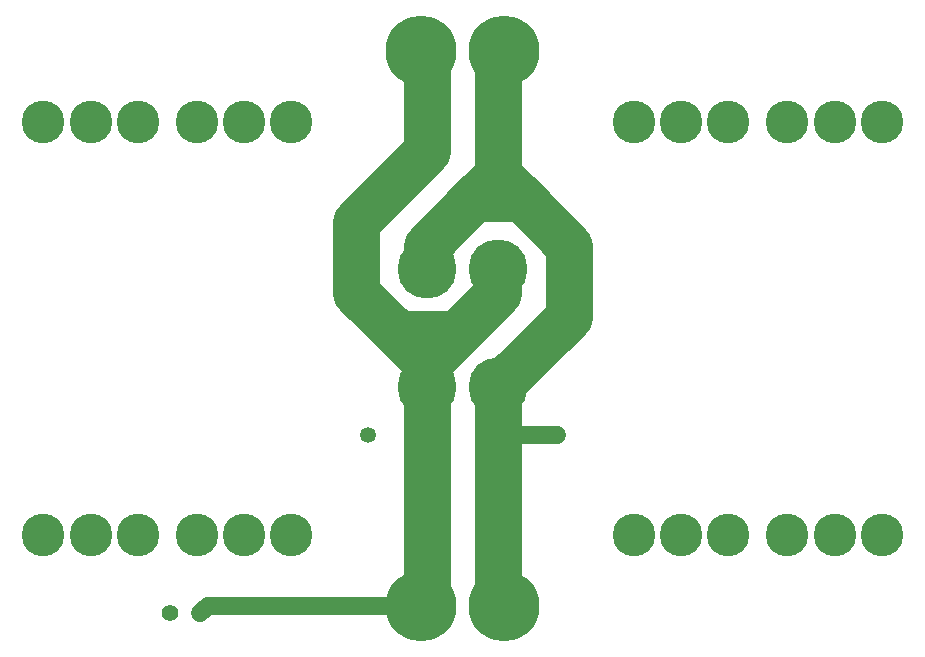
<source format=gbr>
G04 EAGLE Gerber RS-274X export*
G75*
%MOMM*%
%FSLAX34Y34*%
%LPD*%
%INBottom Copper*%
%IPPOS*%
%AMOC8*
5,1,8,0,0,1.08239X$1,22.5*%
G01*
%ADD10C,5.000000*%
%ADD11C,3.616000*%
%ADD12C,6.000000*%
%ADD13C,1.408000*%
%ADD14C,4.000000*%
%ADD15C,1.350000*%
%ADD16C,1.500000*%


D10*
X-30000Y50000D03*
X-30000Y-50000D03*
D11*
X-225000Y-175000D03*
X-275000Y-175000D03*
X-185000Y-175000D03*
X-145000Y-175000D03*
X-315000Y-175000D03*
X-355000Y-175000D03*
X-225000Y175000D03*
X-185000Y175000D03*
X-145000Y175000D03*
X-275000Y175000D03*
X-315000Y175000D03*
X-355000Y175000D03*
D10*
X30000Y-50000D03*
X30000Y50000D03*
D11*
X225000Y175000D03*
X275000Y175000D03*
X185000Y175000D03*
X145000Y175000D03*
X315000Y175000D03*
X355000Y175000D03*
X225000Y-175000D03*
X185000Y-175000D03*
X145000Y-175000D03*
X275000Y-175000D03*
X315000Y-175000D03*
X355000Y-175000D03*
D12*
X35000Y235000D03*
X-35000Y235000D03*
X35000Y-235000D03*
X-35000Y-235000D03*
D13*
X-222250Y-241300D03*
X-247650Y-241300D03*
D14*
X30000Y-90000D02*
X30000Y-50000D01*
X30000Y-90000D02*
X30000Y-230000D01*
X35000Y-235000D01*
X30000Y-50000D02*
X90000Y10000D01*
X90000Y70000D02*
X50000Y110000D01*
X30000Y130000D01*
X90000Y70000D02*
X90000Y10000D01*
X30000Y130000D02*
X30000Y230000D01*
X35000Y235000D01*
X30000Y130000D02*
X10000Y110000D01*
X-30000Y70000D01*
X-30000Y50000D01*
X10000Y110000D02*
X50000Y110000D01*
D15*
X80000Y-90000D03*
X-80000Y-90000D03*
D16*
X30000Y-90000D02*
X80000Y-90000D01*
D14*
X-30000Y-50000D02*
X-30000Y-230000D01*
X-35000Y-235000D01*
X-30000Y-30000D02*
X-5000Y-5000D01*
X30000Y30000D01*
X30000Y50000D01*
X-30000Y-30000D02*
X-30000Y-50000D01*
X-30000Y-30000D02*
X-55000Y-5000D01*
X-90000Y30000D01*
X-90000Y90000D01*
X-30000Y150000D01*
X-5000Y-5000D02*
X-55000Y-5000D01*
X-30000Y150000D02*
X-30000Y230000D01*
X-35000Y235000D01*
D16*
X-30000Y-230000D02*
X-40000Y-240000D01*
X-35000Y-235000D02*
X-215950Y-235000D01*
X-222250Y-241300D01*
M02*

</source>
